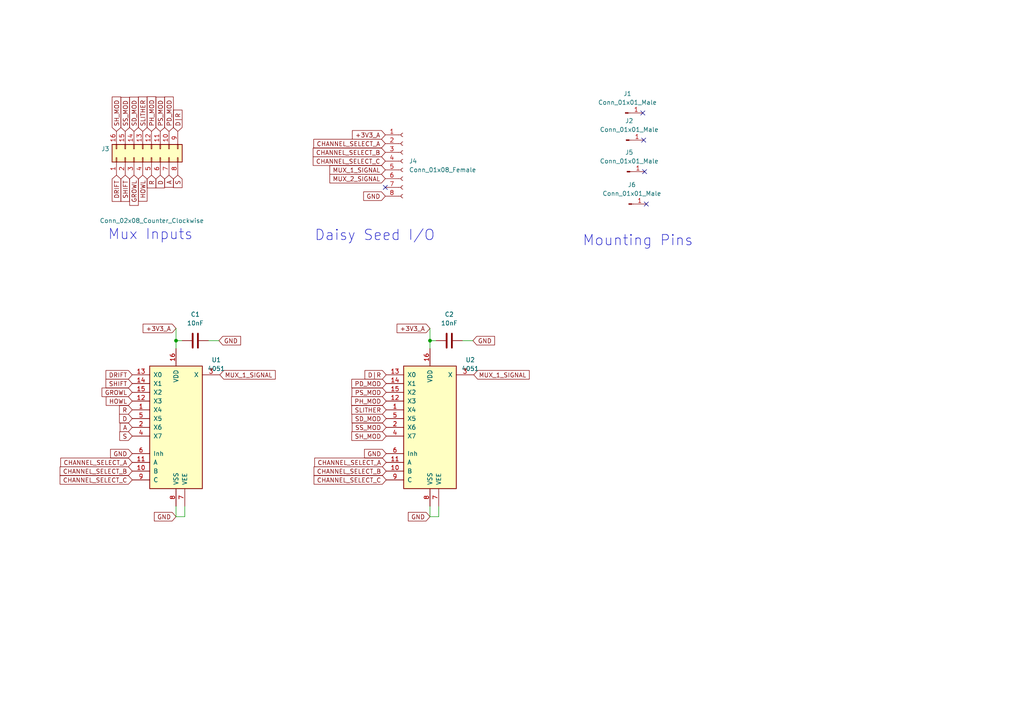
<source format=kicad_sch>
(kicad_sch (version 20211123) (generator eeschema)
  (paper "A4")
  (lib_symbols
    (symbol "4xxx:4051" (pin_names (offset 1.016))
      (property "Reference" "U" (at -7.62 19.05 0))
      (property "Value" "4051" (at -7.62 -19.05 0))
      (symbol "4051_1_0"
        (pin passive line (at -12.7 5.08 0) (length 5.08) (name "X4") (number "1"))
        (pin input line (at -12.7 -12.7 0) (length 5.08) (name "B") (number "10"))
        (pin input line (at -12.7 -10.16 0) (length 5.08) (name "A") (number "11"))
        (pin passive line (at -12.7 7.62 0) (length 5.08) (name "X3") (number "12"))
        (pin passive line (at -12.7 15.24 0) (length 5.08) (name "X0") (number "13"))
        (pin passive line (at -12.7 12.7 0) (length 5.08) (name "X1") (number "14"))
        (pin passive line (at -12.7 10.16 0) (length 5.08) (name "X2") (number "15"))
        (pin power_in line (at 0 22.86 270) (length 5.08) (name "VDD") (number "16"))
        (pin passive line (at -12.7 0 0) (length 5.08) (name "X6") (number "2"))
        (pin passive line (at 12.7 15.24 180) (length 5.08) (name "X") (number "3"))
        (pin passive line (at -12.7 -2.54 0) (length 5.08) (name "X7") (number "4"))
        (pin passive line (at -12.7 2.54 0) (length 5.08) (name "X5") (number "5"))
        (pin input line (at -12.7 -7.62 0) (length 5.08) (name "Inh") (number "6"))
        (pin power_in line (at 2.54 -22.86 90) (length 5.08) (name "VEE") (number "7"))
        (pin power_in line (at 0 -22.86 90) (length 5.08) (name "VSS") (number "8"))
        (pin input line (at -12.7 -15.24 0) (length 5.08) (name "C") (number "9"))
      )
      (symbol "4051_1_1"
        (rectangle (start -7.62 17.78) (end 7.62 -17.78) (stroke (width 0.254)) (fill (type background)))
      )
    )
    (symbol "Connector:Conn_01x01_Male" (pin_names (offset 1.016) hide)
      (property "Reference" "J" (at 0 2.54 0))
      (property "Value" "Conn_01x01_Male" (at 0 -2.54 0))
      (symbol "Conn_01x01_Male_1_1"
        (polyline (pts (xy 1.27 0) (xy 0.8636 0)) (stroke (width 0.1524)))
        (rectangle (start 0.8636 0.127) (end 0 -0.127) (stroke (width 0.1524)) (fill (type outline)))
        (pin passive line (at 5.08 0 180) (length 3.81) (name "Pin_1") (number "1"))
      )
    )
    (symbol "Connector:Conn_01x08_Female" (pin_names (offset 1.016) hide)
      (property "Reference" "J" (at 0 10.16 0))
      (property "Value" "Conn_01x08_Female" (at 0 -12.7 0))
      (symbol "Conn_01x08_Female_1_1"
        (arc (start 0 -9.652) (mid -0.508 -10.16) (end 0 -10.668) (stroke (width 0.1524)))
        (arc (start 0 -7.112) (mid -0.508 -7.62) (end 0 -8.128) (stroke (width 0.1524)))
        (arc (start 0 -4.572) (mid -0.508 -5.08) (end 0 -5.588) (stroke (width 0.1524)))
        (arc (start 0 -2.032) (mid -0.508 -2.54) (end 0 -3.048) (stroke (width 0.1524)))
        (polyline (pts (xy -1.27 -10.16) (xy -0.508 -10.16)) (stroke (width 0.1524)))
        (polyline (pts (xy -1.27 -7.62) (xy -0.508 -7.62)) (stroke (width 0.1524)))
        (polyline (pts (xy -1.27 -5.08) (xy -0.508 -5.08)) (stroke (width 0.1524)))
        (polyline (pts (xy -1.27 -2.54) (xy -0.508 -2.54)) (stroke (width 0.1524)))
        (polyline (pts (xy -1.27 0) (xy -0.508 0)) (stroke (width 0.1524)))
        (polyline (pts (xy -1.27 2.54) (xy -0.508 2.54)) (stroke (width 0.1524)))
        (polyline (pts (xy -1.27 5.08) (xy -0.508 5.08)) (stroke (width 0.1524)))
        (polyline (pts (xy -1.27 7.62) (xy -0.508 7.62)) (stroke (width 0.1524)))
        (arc (start 0 0.508) (mid -0.508 0) (end 0 -0.508) (stroke (width 0.1524)))
        (arc (start 0 3.048) (mid -0.508 2.54) (end 0 2.032) (stroke (width 0.1524)))
        (arc (start 0 5.588) (mid -0.508 5.08) (end 0 4.572) (stroke (width 0.1524)))
        (arc (start 0 8.128) (mid -0.508 7.62) (end 0 7.112) (stroke (width 0.1524)))
        (pin passive line (at -5.08 7.62 0) (length 3.81) (name "Pin_1") (number "1"))
        (pin passive line (at -5.08 5.08 0) (length 3.81) (name "Pin_2") (number "2"))
        (pin passive line (at -5.08 2.54 0) (length 3.81) (name "Pin_3") (number "3"))
        (pin passive line (at -5.08 0 0) (length 3.81) (name "Pin_4") (number "4"))
        (pin passive line (at -5.08 -2.54 0) (length 3.81) (name "Pin_5") (number "5"))
        (pin passive line (at -5.08 -5.08 0) (length 3.81) (name "Pin_6") (number "6"))
        (pin passive line (at -5.08 -7.62 0) (length 3.81) (name "Pin_7") (number "7"))
        (pin passive line (at -5.08 -10.16 0) (length 3.81) (name "Pin_8") (number "8"))
      )
    )
    (symbol "Connector_Generic:Conn_02x08_Counter_Clockwise" (pin_names (offset 1.016) hide)
      (property "Reference" "J" (at 1.27 10.16 0))
      (property "Value" "Conn_02x08_Counter_Clockwise" (at 1.27 -12.7 0))
      (symbol "Conn_02x08_Counter_Clockwise_1_1"
        (rectangle (start -1.27 -10.033) (end 0 -10.287) (stroke (width 0.1524)))
        (rectangle (start -1.27 -7.493) (end 0 -7.747) (stroke (width 0.1524)))
        (rectangle (start -1.27 -4.953) (end 0 -5.207) (stroke (width 0.1524)))
        (rectangle (start -1.27 -2.413) (end 0 -2.667) (stroke (width 0.1524)))
        (rectangle (start -1.27 0.127) (end 0 -0.127) (stroke (width 0.1524)))
        (rectangle (start -1.27 2.667) (end 0 2.413) (stroke (width 0.1524)))
        (rectangle (start -1.27 5.207) (end 0 4.953) (stroke (width 0.1524)))
        (rectangle (start -1.27 7.747) (end 0 7.493) (stroke (width 0.1524)))
        (rectangle (start -1.27 8.89) (end 3.81 -11.43) (stroke (width 0.254)) (fill (type background)))
        (rectangle (start 3.81 -10.033) (end 2.54 -10.287) (stroke (width 0.1524)))
        (rectangle (start 3.81 -7.493) (end 2.54 -7.747) (stroke (width 0.1524)))
        (rectangle (start 3.81 -4.953) (end 2.54 -5.207) (stroke (width 0.1524)))
        (rectangle (start 3.81 -2.413) (end 2.54 -2.667) (stroke (width 0.1524)))
        (rectangle (start 3.81 0.127) (end 2.54 -0.127) (stroke (width 0.1524)))
        (rectangle (start 3.81 2.667) (end 2.54 2.413) (stroke (width 0.1524)))
        (rectangle (start 3.81 5.207) (end 2.54 4.953) (stroke (width 0.1524)))
        (rectangle (start 3.81 7.747) (end 2.54 7.493) (stroke (width 0.1524)))
        (pin passive line (at -5.08 7.62 0) (length 3.81) (name "Pin_1") (number "1"))
        (pin passive line (at 7.62 -7.62 180) (length 3.81) (name "Pin_10") (number "10"))
        (pin passive line (at 7.62 -5.08 180) (length 3.81) (name "Pin_11") (number "11"))
        (pin passive line (at 7.62 -2.54 180) (length 3.81) (name "Pin_12") (number "12"))
        (pin passive line (at 7.62 0 180) (length 3.81) (name "Pin_13") (number "13"))
        (pin passive line (at 7.62 2.54 180) (length 3.81) (name "Pin_14") (number "14"))
        (pin passive line (at 7.62 5.08 180) (length 3.81) (name "Pin_15") (number "15"))
        (pin passive line (at 7.62 7.62 180) (length 3.81) (name "Pin_16") (number "16"))
        (pin passive line (at -5.08 5.08 0) (length 3.81) (name "Pin_2") (number "2"))
        (pin passive line (at -5.08 2.54 0) (length 3.81) (name "Pin_3") (number "3"))
        (pin passive line (at -5.08 0 0) (length 3.81) (name "Pin_4") (number "4"))
        (pin passive line (at -5.08 -2.54 0) (length 3.81) (name "Pin_5") (number "5"))
        (pin passive line (at -5.08 -5.08 0) (length 3.81) (name "Pin_6") (number "6"))
        (pin passive line (at -5.08 -7.62 0) (length 3.81) (name "Pin_7") (number "7"))
        (pin passive line (at -5.08 -10.16 0) (length 3.81) (name "Pin_8") (number "8"))
        (pin passive line (at 7.62 -10.16 180) (length 3.81) (name "Pin_9") (number "9"))
      )
    )
    (symbol "Device:C" (pin_numbers hide) (pin_names (offset 0.254))
      (property "Reference" "C" (at 0.635 2.54 0))
      (property "Value" "C" (at 0.635 -2.54 0))
      (symbol "C_0_1"
        (polyline (pts (xy -2.032 -0.762) (xy 2.032 -0.762)) (stroke (width 0.508)))
        (polyline (pts (xy -2.032 0.762) (xy 2.032 0.762)) (stroke (width 0.508)))
      )
      (symbol "C_1_1"
        (pin passive line (at 0 3.81 270) (length 2.794) (name "~") (number "1"))
        (pin passive line (at 0 -3.81 90) (length 2.794) (name "~") (number "2"))
      )
    )
  )
  (junction (at 51.054 98.806))
  (junction (at 124.714 98.806))
  (no_connect (at 187.452 59.182))
  (no_connect (at 111.76 54.356))
  (no_connect (at 186.436 32.766))
  (no_connect (at 186.69 40.64))
  (no_connect (at 186.944 49.784))
  (wire (pts (xy 124.714 98.806) (xy 126.492 98.806)))
  (wire (pts (xy 124.714 146.812) (xy 124.714 149.86)))
  (wire (pts (xy 51.054 95.25) (xy 51.054 98.806)))
  (wire (pts (xy 124.714 95.25) (xy 124.714 98.806)))
  (wire (pts (xy 51.054 146.812) (xy 51.054 149.86)))
  (wire (pts (xy 63.5 98.806) (xy 60.452 98.806)))
  (wire (pts (xy 51.054 98.806) (xy 51.054 101.092)))
  (wire (pts (xy 51.054 98.806) (xy 52.832 98.806)))
  (wire (pts (xy 137.16 98.806) (xy 134.112 98.806)))
  (wire (pts (xy 127.254 146.812) (xy 127.254 149.86)))
  (wire (pts (xy 53.594 149.86) (xy 51.054 149.86)))
  (wire (pts (xy 127.254 149.86) (xy 124.714 149.86)))
  (wire (pts (xy 124.714 98.806) (xy 124.714 101.092)))
  (wire (pts (xy 53.594 146.812) (xy 53.594 149.86)))
  (text "Daisy Seed I/O" (at 91.186 70.104 0) (effects (font (size 3 3)) (justify left bottom)))
  (text "Mux Inputs" (at 31.242 69.85 0) (effects (font (size 3 3)) (justify left bottom)))
  (text "Mounting Pins" (at 168.91 71.628 0) (effects (font (size 3 3)) (justify left bottom)))
  (global_label "SHIFT" (shape input) (at 38.354 111.252 180) (property "Intersheet References" "${INTERSHEET_REFS}" (effects hide)))
  (global_label "HOWL" (shape input) (at 38.354 116.332 180) (property "Intersheet References" "${INTERSHEET_REFS}" (effects hide)))
  (global_label "R" (shape input) (at 38.354 118.872 180) (property "Intersheet References" "${INTERSHEET_REFS}" (effects hide)))
  (global_label "A" (shape input) (at 49.022 50.8 270) (property "Intersheet References" "${INTERSHEET_REFS}" (effects hide)))
  (global_label "DRIFT" (shape input) (at 38.354 108.712 180) (property "Intersheet References" "${INTERSHEET_REFS}" (effects hide)))
  (global_label "GND" (shape input) (at 63.5 98.806 0) (property "Intersheet References" "${INTERSHEET_REFS}" (effects hide)))
  (global_label "S" (shape input) (at 38.354 126.492 180) (property "Intersheet References" "${INTERSHEET_REFS}" (effects hide)))
  (global_label "GROWL" (shape input) (at 38.354 113.792 180) (property "Intersheet References" "${INTERSHEET_REFS}" (effects hide)))
  (global_label "CHANNEL_SELECT_B" (shape input) (at 112.014 136.652 180) (property "Intersheet References" "${INTERSHEET_REFS}" (effects hide)))
  (global_label "A" (shape input) (at 38.354 123.952 180) (property "Intersheet References" "${INTERSHEET_REFS}" (effects hide)))
  (global_label "D" (shape input) (at 46.482 50.8 270) (property "Intersheet References" "${INTERSHEET_REFS}" (effects hide)))
  (global_label "SLITHER" (shape input) (at 112.014 118.872 180) (property "Intersheet References" "${INTERSHEET_REFS}" (effects hide)))
  (global_label "GND" (shape input) (at 137.16 98.806 0) (property "Intersheet References" "${INTERSHEET_REFS}" (effects hide)))
  (global_label "CHANNEL_SELECT_B" (shape input) (at 111.76 44.196 180) (property "Intersheet References" "${INTERSHEET_REFS}" (effects hide)))
  (global_label "DRIFT" (shape input) (at 33.782 50.8 270) (property "Intersheet References" "${INTERSHEET_REFS}" (effects hide)))
  (global_label "SH_MOD" (shape input) (at 112.014 126.492 180) (property "Intersheet References" "${INTERSHEET_REFS}" (effects hide)))
  (global_label "MUX_1_SIGNAL" (shape input) (at 111.76 49.276 180) (property "Intersheet References" "${INTERSHEET_REFS}" (effects hide)))
  (global_label "SH_MOD" (shape input) (at 33.782 38.1 90) (property "Intersheet References" "${INTERSHEET_REFS}" (effects hide)))
  (global_label "R" (shape input) (at 43.942 50.8 270) (property "Intersheet References" "${INTERSHEET_REFS}" (effects hide)))
  (global_label "SD_MOD" (shape input) (at 112.014 121.412 180) (property "Intersheet References" "${INTERSHEET_REFS}" (effects hide)))
  (global_label "GND" (shape input) (at 111.76 56.896 180) (property "Intersheet References" "${INTERSHEET_REFS}" (effects hide)))
  (global_label "PS_MOD" (shape input) (at 112.014 113.792 180) (property "Intersheet References" "${INTERSHEET_REFS}" (effects hide)))
  (global_label "PH_MOD" (shape input) (at 112.014 116.332 180) (property "Intersheet References" "${INTERSHEET_REFS}" (effects hide)))
  (global_label "MUX_2_SIGNAL" (shape input) (at 111.76 51.816 180) (property "Intersheet References" "${INTERSHEET_REFS}" (effects hide)))
  (global_label "SLITHER" (shape input) (at 41.402 38.1 90) (property "Intersheet References" "${INTERSHEET_REFS}" (effects hide)))
  (global_label "CHANNEL_SELECT_B" (shape input) (at 38.354 136.652 180) (property "Intersheet References" "${INTERSHEET_REFS}" (effects hide)))
  (global_label "GND" (shape input) (at 124.714 149.86 180) (property "Intersheet References" "${INTERSHEET_REFS}" (effects hide)))
  (global_label "CHANNEL_SELECT_C" (shape input) (at 38.354 139.192 180) (property "Intersheet References" "${INTERSHEET_REFS}" (effects hide)))
  (global_label "SHIFT" (shape input) (at 36.322 50.8 270) (property "Intersheet References" "${INTERSHEET_REFS}" (effects hide)))
  (global_label "HOWL" (shape input) (at 41.402 50.8 270) (property "Intersheet References" "${INTERSHEET_REFS}" (effects hide)))
  (global_label "MUX_1_SIGNAL" (shape input) (at 63.754 108.712 0) (property "Intersheet References" "${INTERSHEET_REFS}" (effects hide)))
  (global_label "MUX_1_SIGNAL" (shape input) (at 137.414 108.712 0) (property "Intersheet References" "${INTERSHEET_REFS}" (effects hide)))
  (global_label "PD_MOD" (shape input) (at 49.022 38.1 90) (property "Intersheet References" "${INTERSHEET_REFS}" (effects hide)))
  (global_label "PD_MOD" (shape input) (at 112.014 111.252 180) (property "Intersheet References" "${INTERSHEET_REFS}" (effects hide)))
  (global_label "CHANNEL_SELECT_C" (shape input) (at 111.76 46.736 180) (property "Intersheet References" "${INTERSHEET_REFS}" (effects hide)))
  (global_label "GND" (shape input) (at 51.054 149.86 180) (property "Intersheet References" "${INTERSHEET_REFS}" (effects hide)))
  (global_label "CHANNEL_SELECT_A" (shape input) (at 112.014 134.112 180) (property "Intersheet References" "${INTERSHEET_REFS}" (effects hide)))
  (global_label "+3V3_A" (shape input) (at 111.76 39.116 180) (property "Intersheet References" "${INTERSHEET_REFS}" (effects hide)))
  (global_label "SS_MOD" (shape input) (at 112.014 123.952 180) (property "Intersheet References" "${INTERSHEET_REFS}" (effects hide)))
  (global_label "GND" (shape input) (at 38.354 131.572 180) (property "Intersheet References" "${INTERSHEET_REFS}" (effects hide)))
  (global_label "+3V3_A" (shape input) (at 51.054 95.25 180) (property "Intersheet References" "${INTERSHEET_REFS}" (effects hide)))
  (global_label "S" (shape input) (at 51.562 50.8 270) (property "Intersheet References" "${INTERSHEET_REFS}" (effects hide)))
  (global_label "SS_MOD" (shape input) (at 36.322 38.1 90) (property "Intersheet References" "${INTERSHEET_REFS}" (effects hide)))
  (global_label "SD_MOD" (shape input) (at 38.862 38.1 90) (property "Intersheet References" "${INTERSHEET_REFS}" (effects hide)))
  (global_label "D|R" (shape input) (at 112.014 108.712 180) (property "Intersheet References" "${INTERSHEET_REFS}" (effects hide)))
  (global_label "PS_MOD" (shape input) (at 46.482 38.1 90) (property "Intersheet References" "${INTERSHEET_REFS}" (effects hide)))
  (global_label "+3V3_A" (shape input) (at 124.714 95.25 180) (property "Intersheet References" "${INTERSHEET_REFS}" (effects hide)))
  (global_label "GND" (shape input) (at 112.014 131.572 180) (property "Intersheet References" "${INTERSHEET_REFS}" (effects hide)))
  (global_label "D" (shape input) (at 38.354 121.412 180) (property "Intersheet References" "${INTERSHEET_REFS}" (effects hide)))
  (global_label "CHANNEL_SELECT_C" (shape input) (at 112.014 139.192 180) (property "Intersheet References" "${INTERSHEET_REFS}" (effects hide)))
  (global_label "D|R" (shape input) (at 51.562 38.1 90) (property "Intersheet References" "${INTERSHEET_REFS}" (effects hide)))
  (global_label "CHANNEL_SELECT_A" (shape input) (at 38.354 134.112 180) (property "Intersheet References" "${INTERSHEET_REFS}" (effects hide)))
  (global_label "GROWL" (shape input) (at 38.862 50.8 270) (property "Intersheet References" "${INTERSHEET_REFS}" (effects hide)))
  (global_label "PH_MOD" (shape input) (at 43.942 38.1 90) (property "Intersheet References" "${INTERSHEET_REFS}" (effects hide)))
  (global_label "CHANNEL_SELECT_A" (shape input) (at 111.76 41.656 180) (property "Intersheet References" "${INTERSHEET_REFS}" (effects hide)))
  (symbol (lib_id "4xxx:4051") (at 124.714 123.952 0) (unit 1)
    (property "Reference" "U2" (at 136.398 104.3813 0))
    (property "Value" "4051" (at 136.398 106.9213 0))
    (property "Footprint" "Package_SO:SOIC-16_3.9x9.9mm_P1.27mm" (effects hide))
    (property "Datasheet" "http://www.intersil.com/content/dam/Intersil/documents/cd40/cd4051bms-52bms-53bms.pdf" (effects hide))
  )
  (symbol (lib_id "Connector:Conn_01x01_Male") (at 182.372 59.182 0) (unit 1)
    (property "Reference" "J6" (at 183.261 53.594 0))
    (property "Value" "Conn_01x01_Male" (at 183.261 56.134 0))
    (property "Footprint" "Connector_PinHeader_2.54mm:PinHeader_1x01_P2.54mm_Vertical" (effects hide))
  )
  (symbol (lib_id "Device:C") (at 56.642 98.806 90) (unit 1)
    (property "Reference" "C1" (at 56.642 91.186 90))
    (property "Value" "10nF" (at 56.642 93.726 90))
    (property "Footprint" "Capacitor_SMD:C_0805_2012Metric" (effects hide))
  )
  (symbol (lib_id "Connector:Conn_01x01_Male") (at 181.356 32.766 0) (unit 1)
    (property "Reference" "J1" (at 181.991 27.178 0))
    (property "Value" "Conn_01x01_Male" (at 181.991 29.718 0))
    (property "Footprint" "Connector_PinHeader_2.54mm:PinHeader_1x01_P2.54mm_Vertical" (effects hide))
  )
  (symbol (lib_id "Device:C") (at 130.302 98.806 90) (unit 1)
    (property "Reference" "C2" (at 130.302 91.186 90))
    (property "Value" "10nF" (at 130.302 93.726 90))
    (property "Footprint" "Capacitor_SMD:C_0805_2012Metric" (effects hide))
  )
  (symbol (lib_id "Connector:Conn_01x01_Male") (at 181.864 49.784 0) (unit 1)
    (property "Reference" "J5" (at 182.499 44.196 0))
    (property "Value" "Conn_01x01_Male" (at 182.499 46.736 0))
    (property "Footprint" "Connector_PinHeader_2.54mm:PinHeader_1x01_P2.54mm_Vertical" (effects hide))
  )
  (symbol (lib_id "Connector_Generic:Conn_02x08_Counter_Clockwise") (at 41.402 45.72 90) (unit 1)
    (property "Reference" "J3" (at 31.75 43.1799 90) (effects (justify left)))
    (property "Value" "Conn_02x08_Counter_Clockwise" (at 59.182 64.0079 90) (effects (justify left)))
    (property "Footprint" "Connector_PinSocket_2.54mm:PinSocket_2x08_P2.54mm_Vertical" (effects hide))
  )
  (symbol (lib_id "Connector:Conn_01x08_Female") (at 116.84 46.736 0) (unit 1)
    (property "Reference" "J4" (at 118.618 46.7359 0) (effects (justify left)))
    (property "Value" "Conn_01x08_Female" (at 118.618 49.2759 0) (effects (justify left)))
    (property "Footprint" "Connector_PinSocket_2.54mm:PinSocket_1x08_P2.54mm_Vertical" (effects hide))
  )
  (symbol (lib_id "4xxx:4051") (at 51.054 123.952 0) (unit 1)
    (property "Reference" "U1" (at 62.738 104.3813 0))
    (property "Value" "4051" (at 62.738 106.9213 0))
    (property "Footprint" "Package_SO:SOIC-16_3.9x9.9mm_P1.27mm" (effects hide))
    (property "Datasheet" "http://www.intersil.com/content/dam/Intersil/documents/cd40/cd4051bms-52bms-53bms.pdf" (effects hide))
  )
  (symbol (lib_id "Connector:Conn_01x01_Male") (at 181.61 40.64 0) (unit 1)
    (property "Reference" "J2" (at 182.499 35.052 0))
    (property "Value" "Conn_01x01_Male" (at 182.499 37.592 0))
    (property "Footprint" "Connector_PinHeader_2.54mm:PinHeader_1x01_P2.54mm_Vertical" (effects hide))
  )
)
</source>
